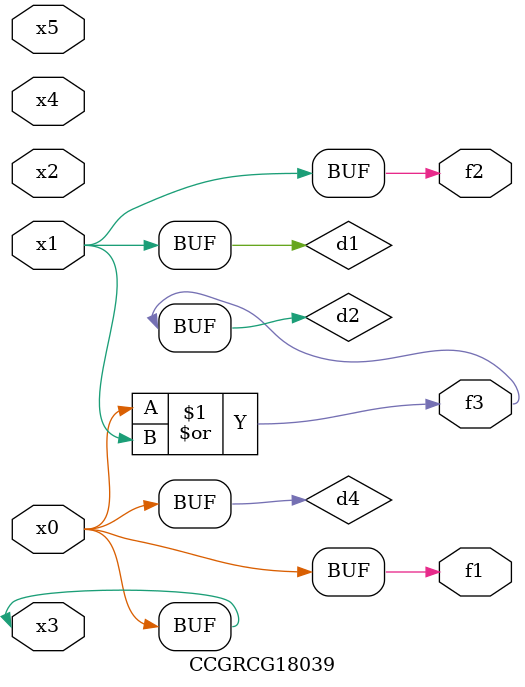
<source format=v>
module CCGRCG18039(
	input x0, x1, x2, x3, x4, x5,
	output f1, f2, f3
);

	wire d1, d2, d3, d4;

	and (d1, x1);
	or (d2, x0, x1);
	nand (d3, x0, x5);
	buf (d4, x0, x3);
	assign f1 = d4;
	assign f2 = d1;
	assign f3 = d2;
endmodule

</source>
